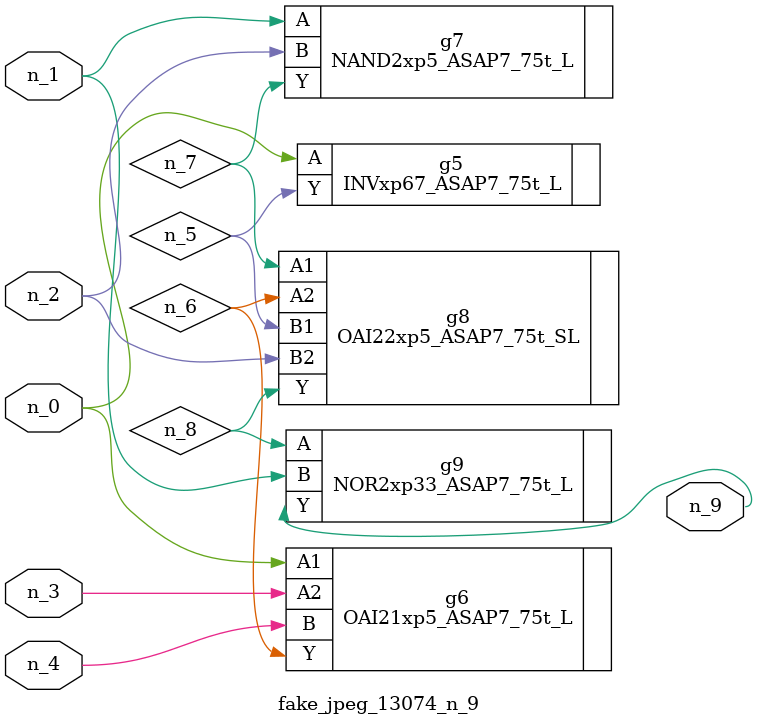
<source format=v>
module fake_jpeg_13074_n_9 (n_3, n_2, n_1, n_0, n_4, n_9);

input n_3;
input n_2;
input n_1;
input n_0;
input n_4;

output n_9;

wire n_8;
wire n_6;
wire n_5;
wire n_7;

INVxp67_ASAP7_75t_L g5 ( 
.A(n_0),
.Y(n_5)
);

OAI21xp5_ASAP7_75t_L g6 ( 
.A1(n_0),
.A2(n_3),
.B(n_4),
.Y(n_6)
);

NAND2xp5_ASAP7_75t_L g7 ( 
.A(n_1),
.B(n_2),
.Y(n_7)
);

OAI22xp5_ASAP7_75t_SL g8 ( 
.A1(n_7),
.A2(n_6),
.B1(n_5),
.B2(n_2),
.Y(n_8)
);

NOR2xp33_ASAP7_75t_L g9 ( 
.A(n_8),
.B(n_1),
.Y(n_9)
);


endmodule
</source>
